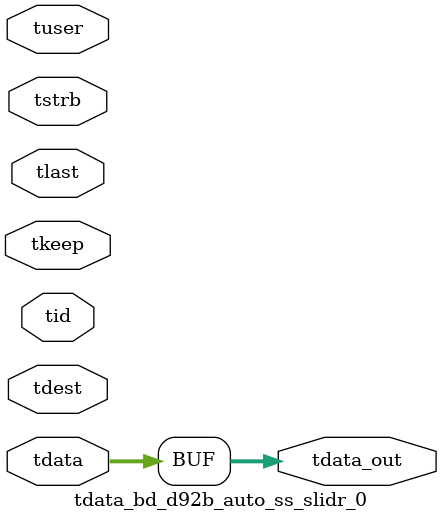
<source format=v>


`timescale 1ps/1ps

module tdata_bd_d92b_auto_ss_slidr_0 #
(
parameter C_S_AXIS_TDATA_WIDTH = 32,
parameter C_S_AXIS_TUSER_WIDTH = 0,
parameter C_S_AXIS_TID_WIDTH   = 0,
parameter C_S_AXIS_TDEST_WIDTH = 0,
parameter C_M_AXIS_TDATA_WIDTH = 32
)
(
input  [(C_S_AXIS_TDATA_WIDTH == 0 ? 1 : C_S_AXIS_TDATA_WIDTH)-1:0     ] tdata,
input  [(C_S_AXIS_TUSER_WIDTH == 0 ? 1 : C_S_AXIS_TUSER_WIDTH)-1:0     ] tuser,
input  [(C_S_AXIS_TID_WIDTH   == 0 ? 1 : C_S_AXIS_TID_WIDTH)-1:0       ] tid,
input  [(C_S_AXIS_TDEST_WIDTH == 0 ? 1 : C_S_AXIS_TDEST_WIDTH)-1:0     ] tdest,
input  [(C_S_AXIS_TDATA_WIDTH/8)-1:0 ] tkeep,
input  [(C_S_AXIS_TDATA_WIDTH/8)-1:0 ] tstrb,
input                                                                    tlast,
output [C_M_AXIS_TDATA_WIDTH-1:0] tdata_out
);

assign tdata_out = {tdata[63:0]};

endmodule


</source>
